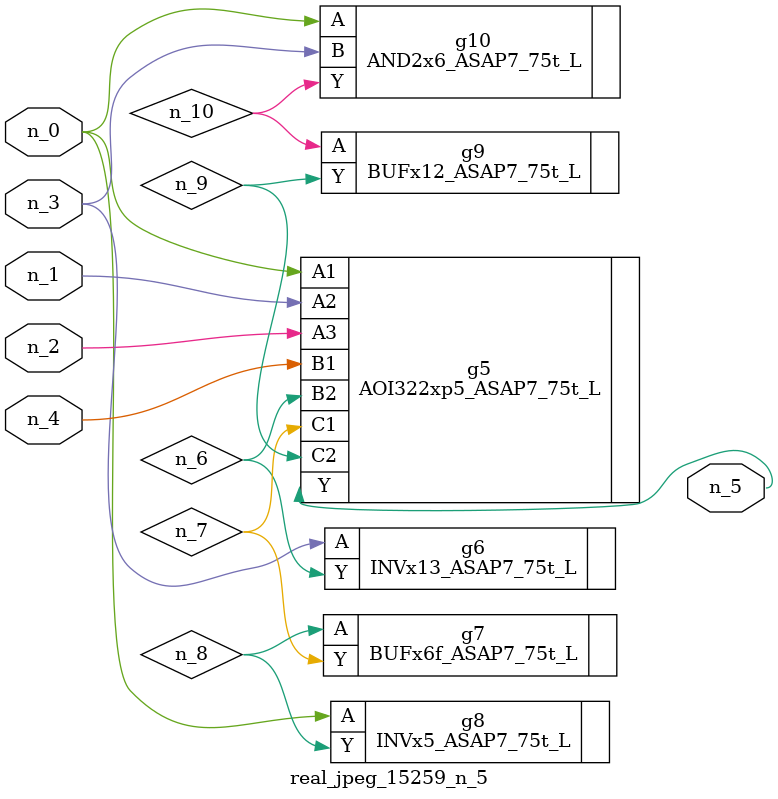
<source format=v>
module real_jpeg_15259_n_5 (n_4, n_0, n_1, n_2, n_3, n_5);

input n_4;
input n_0;
input n_1;
input n_2;
input n_3;

output n_5;

wire n_8;
wire n_6;
wire n_7;
wire n_10;
wire n_9;

AOI322xp5_ASAP7_75t_L g5 ( 
.A1(n_0),
.A2(n_1),
.A3(n_2),
.B1(n_4),
.B2(n_6),
.C1(n_7),
.C2(n_9),
.Y(n_5)
);

INVx5_ASAP7_75t_L g8 ( 
.A(n_0),
.Y(n_8)
);

AND2x6_ASAP7_75t_L g10 ( 
.A(n_0),
.B(n_3),
.Y(n_10)
);

INVx13_ASAP7_75t_L g6 ( 
.A(n_3),
.Y(n_6)
);

BUFx6f_ASAP7_75t_L g7 ( 
.A(n_8),
.Y(n_7)
);

BUFx12_ASAP7_75t_L g9 ( 
.A(n_10),
.Y(n_9)
);


endmodule
</source>
